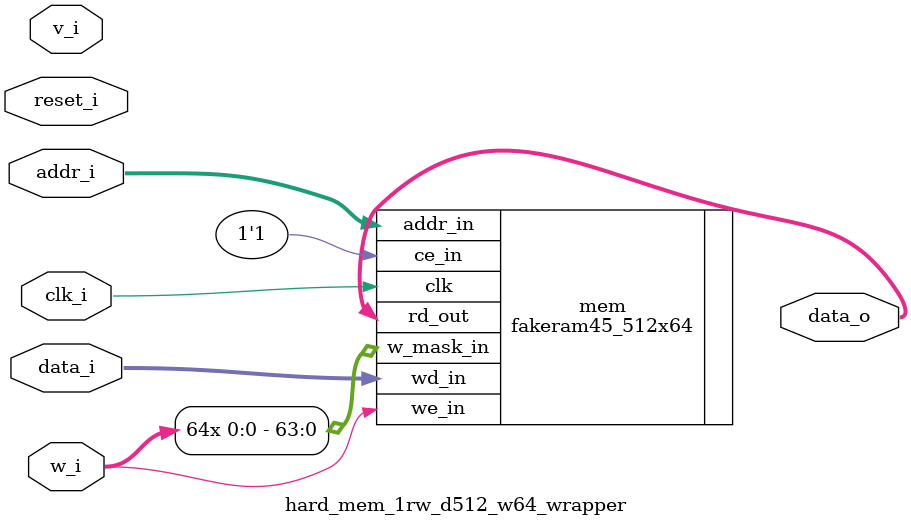
<source format=v>
module hard_mem_1rw_bit_mask_d64_w96_wrapper(clk_i, reset_i, data_i,
     addr_i, v_i, w_mask_i, w_i, data_o);
  input clk_i, reset_i, v_i, w_i;
  input [95:0] data_i, w_mask_i;
  input [5:0] addr_i;
  output [95:0] data_o;
  wire clk_i, reset_i, v_i, w_i;
  wire [95:0] data_i, w_mask_i;
  wire [5:0] addr_i;
  wire [95:0] data_o;

  fakeram45_64x96 mem (
    .clk      (clk_i   ),
    .rd_out   (data_o  ),
    .ce_in    (1'b1    ),
    .we_in    (w_i     ),
    .w_mask_in(w_mask_i),
    .addr_in  (addr_i  ),
    .wd_in    (data_i  )
  );


endmodule

module hard_mem_1rw_byte_mask_d512_w64_wrapper(clk_i, reset_i, data_i,
     addr_i, v_i, write_mask_i, w_i, data_o);
  input clk_i, reset_i, v_i, w_i;
  input [63:0] data_i;
  input [8:0] addr_i;
  input [7:0] write_mask_i;
  output [63:0] data_o;
  wire clk_i, reset_i, v_i, w_i;
  wire [63:0] data_i;
  wire [8:0] addr_i;
  wire [7:0] write_mask_i;
  wire [63:0] data_o;
  wire [63:0] wen;

  fakeram45_512x64 mem (
    .clk      (clk_i   ),
    .rd_out   (data_o  ),
    .ce_in    (1'b1    ),
    .we_in    (w_i     ),
    .w_mask_in({{8{write_mask_i[7]}},
                {8{write_mask_i[6]}},
                {8{write_mask_i[5]}},
                {8{write_mask_i[4]}},
                {8{write_mask_i[3]}},
                {8{write_mask_i[2]}},
                {8{write_mask_i[1]}},
                {8{write_mask_i[0]}}}
      ),
    .addr_in  (addr_i  ),
    .wd_in    (data_i  )
  );

endmodule

module hard_mem_1rw_bit_mask_d64_w7_wrapper(clk_i, reset_i, data_i,
     addr_i, v_i, w_mask_i, w_i, data_o);
  input clk_i, reset_i, v_i, w_i;
  input [6:0] data_i, w_mask_i;
  input [5:0] addr_i;
  output [6:0] data_o;
  wire clk_i, reset_i, v_i, w_i;
  wire [6:0] data_i, w_mask_i;
  wire [5:0] addr_i;
  wire [6:0] data_o;

  fakeram45_64x7 mem (
    .clk      (clk_i   ),
    .rd_out   (data_o  ),
    .ce_in    (1'b1    ),
    .we_in    (w_i     ),
    .w_mask_in(w_mask_i),
    .addr_in  (addr_i  ),
    .wd_in    (data_i  )
  );

endmodule

module hard_mem_1rw_d512_w64_wrapper(clk_i, v_i, reset_i, data_i,
     addr_i, w_i, data_o);
  input clk_i, v_i, reset_i, w_i;
  input [63:0] data_i;
  input [8:0] addr_i;
  output [63:0] data_o;
  wire clk_i, v_i, reset_i, w_i;
  wire [63:0] data_i;
  wire [8:0] addr_i;
  wire [63:0] data_o;

  fakeram45_512x64 mem (
    .clk      (clk_i   ),
    .rd_out   (data_o  ),
    .ce_in    (1'b1    ),
    .we_in    (w_i     ),
    .w_mask_in({64{w_i}}),
    .addr_in  (addr_i  ),
    .wd_in    (data_i  )
  );

endmodule
</source>
